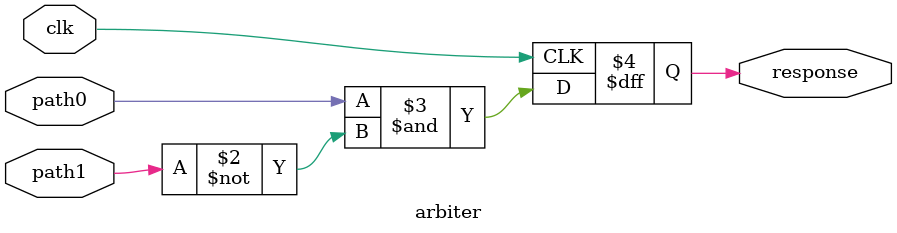
<source format=v>
module arbiter (
    input clk,
    input path0,
    input path1,
    output reg response
);
    always @(posedge clk) begin
        response <= (path0 & ~path1); 
    end
endmodule

</source>
